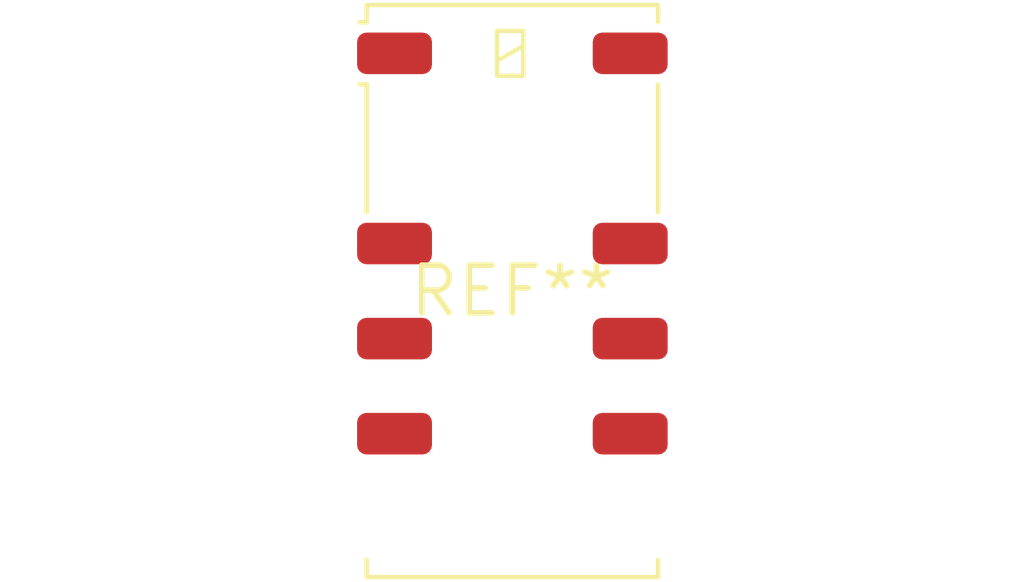
<source format=kicad_pcb>
(kicad_pcb (version 20240108) (generator pcbnew)
  (layers (0 "F.Cu" signal) (31 "B.Cu" signal) (34 "B.Paste" user) (35 "F.Paste" user) (36 "B.SilkS" user "B.Silkscreen") (37 "F.SilkS" user "F.Silkscreen") (38 "B.Mask" user) (39 "F.Mask" user) (44 "Edge.Cuts" user))
  (net 0 "")
  (footprint "Relay_DPDT_Kemet_EE2_NUH" (layer "F.Cu") (at 0 0)
    (property "Reference" "REF**")
    (property "Value" "Relay_DPDT_Kemet_EE2_NUH")
    (fp_line (start -3.89 -7.64) (end -3.89 -7.18) (layer "F.SilkS") (stroke (width 0.12)))
    (fp_line (start -3.89 -7.18) (end -4.08 -7.18) (layer "F.SilkS") (stroke (width 0.12)))
    (fp_line (start -3.89 -5.52) (end -4.08 -5.52) (layer "F.SilkS") (stroke (width 0.12)))
    (fp_line (start -3.89 -5.52) (end -3.89 -2.1) (layer "F.SilkS") (stroke (width 0.12)))
    (fp_line (start -3.89 7.18) (end -3.89 7.64) (layer "F.SilkS") (stroke (width 0.12)))
    (fp_line (start -0.41 -6.95) (end -0.41 -5.75) (layer "F.SilkS") (stroke (width 0.12)))
    (fp_line (start -0.41 -6.15) (end 0.29 -6.55) (layer "F.SilkS") (stroke (width 0.12)))
    (fp_line (start -0.41 -5.75) (end 0.29 -5.75) (layer "F.SilkS") (stroke (width 0.12)))
    (fp_line (start 0.29 -6.95) (end -0.41 -6.95) (layer "F.SilkS") (stroke (width 0.12)))
    (fp_line (start 0.29 -5.75) (end 0.29 -6.95) (layer "F.SilkS") (stroke (width 0.12)))
    (fp_line (start 3.89 -7.64) (end -3.89 -7.64) (layer "F.SilkS") (stroke (width 0.12)))
    (fp_line (start 3.89 -7.64) (end 3.89 -7.18) (layer "F.SilkS") (stroke (width 0.12)))
    (fp_line (start 3.89 -5.52) (end 3.89 -2.1) (layer "F.SilkS") (stroke (width 0.12)))
    (fp_line (start 3.89 7.18) (end 3.89 7.64) (layer "F.SilkS") (stroke (width 0.12)))
    (fp_line (start 3.89 7.64) (end -3.89 7.64) (layer "F.SilkS") (stroke (width 0.12)))
    (pad "1" smd roundrect (at -3.145 -6.35 270) (size 1.11 2) (layers "F.Cu" "F.Paste" "F.Mask") (roundrect_rratio 0.225))
    (pad "3" smd roundrect (at -3.145 -1.27 270) (size 1.11 2) (layers "F.Cu" "F.Paste" "F.Mask") (roundrect_rratio 0.225))
    (pad "4" smd roundrect (at -3.145 1.27 270) (size 1.11 2) (layers "F.Cu" "F.Paste" "F.Mask") (roundrect_rratio 0.225))
    (pad "5" smd roundrect (at -3.145 3.81 270) (size 1.11 2) (layers "F.Cu" "F.Paste" "F.Mask") (roundrect_rratio 0.225))
    (pad "8" smd roundrect (at 3.145 3.81 270) (size 1.11 2) (layers "F.Cu" "F.Paste" "F.Mask") (roundrect_rratio 0.225))
    (pad "9" smd roundrect (at 3.145 1.27 270) (size 1.11 2) (layers "F.Cu" "F.Paste" "F.Mask") (roundrect_rratio 0.225))
    (pad "10" smd roundrect (at 3.145 -1.27 270) (size 1.11 2) (layers "F.Cu" "F.Paste" "F.Mask") (roundrect_rratio 0.225))
    (pad "12" smd roundrect (at 3.145 -6.35 270) (size 1.11 2) (layers "F.Cu" "F.Paste" "F.Mask") (roundrect_rratio 0.225))
  )
)
</source>
